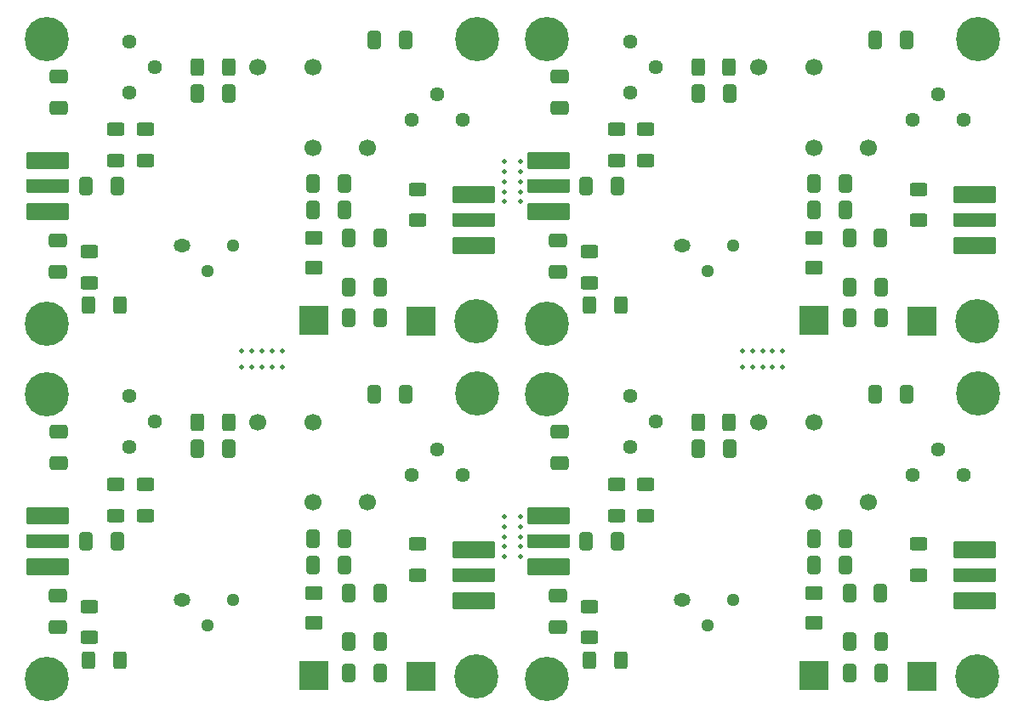
<source format=gbr>
%TF.GenerationSoftware,KiCad,Pcbnew,7.0.7-7.0.7~ubuntu22.04.1*%
%TF.CreationDate,2023-09-11T08:33:09+05:30*%
%TF.ProjectId,panelized,70616e65-6c69-47a6-9564-2e6b69636164,rev?*%
%TF.SameCoordinates,Original*%
%TF.FileFunction,Soldermask,Top*%
%TF.FilePolarity,Negative*%
%FSLAX46Y46*%
G04 Gerber Fmt 4.6, Leading zero omitted, Abs format (unit mm)*
G04 Created by KiCad (PCBNEW 7.0.7-7.0.7~ubuntu22.04.1) date 2023-09-11 08:33:09*
%MOMM*%
%LPD*%
G01*
G04 APERTURE LIST*
G04 Aperture macros list*
%AMRoundRect*
0 Rectangle with rounded corners*
0 $1 Rounding radius*
0 $2 $3 $4 $5 $6 $7 $8 $9 X,Y pos of 4 corners*
0 Add a 4 corners polygon primitive as box body*
4,1,4,$2,$3,$4,$5,$6,$7,$8,$9,$2,$3,0*
0 Add four circle primitives for the rounded corners*
1,1,$1+$1,$2,$3*
1,1,$1+$1,$4,$5*
1,1,$1+$1,$6,$7*
1,1,$1+$1,$8,$9*
0 Add four rect primitives between the rounded corners*
20,1,$1+$1,$2,$3,$4,$5,0*
20,1,$1+$1,$4,$5,$6,$7,0*
20,1,$1+$1,$6,$7,$8,$9,0*
20,1,$1+$1,$8,$9,$2,$3,0*%
G04 Aperture macros list end*
%ADD10C,0.500000*%
%ADD11R,3.000000X3.000000*%
%ADD12RoundRect,0.250000X0.625000X-0.400000X0.625000X0.400000X-0.625000X0.400000X-0.625000X-0.400000X0*%
%ADD13RoundRect,0.250000X0.650000X-0.412500X0.650000X0.412500X-0.650000X0.412500X-0.650000X-0.412500X0*%
%ADD14RoundRect,0.250000X-0.650000X0.412500X-0.650000X-0.412500X0.650000X-0.412500X0.650000X0.412500X0*%
%ADD15C,0.700000*%
%ADD16C,4.400000*%
%ADD17O,1.700000X1.300000*%
%ADD18O,1.300000X1.300000*%
%ADD19RoundRect,0.250000X0.412500X0.650000X-0.412500X0.650000X-0.412500X-0.650000X0.412500X-0.650000X0*%
%ADD20RoundRect,0.250000X-0.412500X-0.650000X0.412500X-0.650000X0.412500X0.650000X-0.412500X0.650000X0*%
%ADD21RoundRect,0.250000X-0.625000X0.400000X-0.625000X-0.400000X0.625000X-0.400000X0.625000X0.400000X0*%
%ADD22RoundRect,0.250000X-0.400000X-0.625000X0.400000X-0.625000X0.400000X0.625000X-0.400000X0.625000X0*%
%ADD23RoundRect,0.250000X0.400000X0.625000X-0.400000X0.625000X-0.400000X-0.625000X0.400000X-0.625000X0*%
%ADD24RoundRect,0.250001X-0.624999X0.462499X-0.624999X-0.462499X0.624999X-0.462499X0.624999X0.462499X0*%
%ADD25C,1.700000*%
%ADD26RoundRect,0.050800X2.032000X-0.635000X2.032000X0.635000X-2.032000X0.635000X-2.032000X-0.635000X0*%
%ADD27RoundRect,0.050800X2.032000X-0.762000X2.032000X0.762000X-2.032000X0.762000X-2.032000X-0.762000X0*%
%ADD28C,1.440000*%
%ADD29RoundRect,0.050800X-2.032000X0.635000X-2.032000X-0.635000X2.032000X-0.635000X2.032000X0.635000X0*%
%ADD30RoundRect,0.050800X-2.032000X0.762000X-2.032000X-0.762000X2.032000X-0.762000X2.032000X0.762000X0*%
G04 APERTURE END LIST*
D10*
%TO.C,REF\u002A\u002A*%
X73751900Y-35175000D03*
%TD*%
%TO.C,REF\u002A\u002A*%
X49634600Y-18687500D03*
%TD*%
%TO.C,REF\u002A\u002A*%
X74751900Y-35175000D03*
%TD*%
D11*
%TO.C,VDC1*%
X78895164Y-30552000D03*
%TD*%
D12*
%TO.C,R7*%
X62145164Y-49947000D03*
X62145164Y-46847000D03*
%TD*%
D10*
%TO.C,REF\u002A\u002A*%
X49634600Y-17687500D03*
%TD*%
D13*
%TO.C,C35*%
X3690564Y-44752000D03*
X3690564Y-41627000D03*
%TD*%
D14*
%TO.C,C19*%
X3580564Y-22579500D03*
X3580564Y-25704500D03*
%TD*%
D15*
%TO.C,H1*%
X50675164Y-2482000D03*
X51158438Y-1315274D03*
X51158438Y-3648726D03*
X52325164Y-832000D03*
D16*
X52325164Y-2482000D03*
D15*
X52325164Y-4132000D03*
X53491890Y-1315274D03*
X53491890Y-3648726D03*
X53975164Y-2482000D03*
%TD*%
D17*
%TO.C,Q1*%
X65780600Y-23027000D03*
D18*
X68320600Y-25567000D03*
X70860600Y-23027000D03*
%TD*%
D19*
%TO.C,C25*%
X88057664Y-2532000D03*
X84932664Y-2532000D03*
%TD*%
D10*
%TO.C,REF\u002A\u002A*%
X48034600Y-15687500D03*
%TD*%
D20*
%TO.C,C18*%
X17508064Y-7892000D03*
X20633064Y-7892000D03*
%TD*%
%TO.C,C18*%
X67342664Y-43267000D03*
X70467664Y-43267000D03*
%TD*%
D10*
%TO.C,REF\u002A\u002A*%
X49634600Y-52062500D03*
%TD*%
D17*
%TO.C,Q1*%
X65780600Y-58402000D03*
D18*
X68320600Y-60942000D03*
X70860600Y-58402000D03*
%TD*%
D21*
%TO.C,R1*%
X39410564Y-17442000D03*
X39410564Y-20542000D03*
%TD*%
D22*
%TO.C,R8*%
X6680564Y-64377000D03*
X9780564Y-64377000D03*
%TD*%
D23*
%TO.C,R5*%
X70445164Y-40657000D03*
X67345164Y-40657000D03*
%TD*%
D21*
%TO.C,R9*%
X56545164Y-59027000D03*
X56545164Y-62127000D03*
%TD*%
D14*
%TO.C,C19*%
X3580564Y-57954500D03*
X3580564Y-61079500D03*
%TD*%
D15*
%TO.C,H2*%
X93545164Y-2452000D03*
X94028438Y-1285274D03*
X94028438Y-3618726D03*
X95195164Y-802000D03*
D16*
X95195164Y-2452000D03*
D15*
X95195164Y-4102000D03*
X96361890Y-1285274D03*
X96361890Y-3618726D03*
X96845164Y-2452000D03*
%TD*%
D24*
%TO.C,L1*%
X29050564Y-22307000D03*
X29050564Y-25282000D03*
%TD*%
%TO.C,L1*%
X78885164Y-22307000D03*
X78885164Y-25282000D03*
%TD*%
D25*
%TO.C,T1*%
X84295164Y-48667000D03*
X73335164Y-40667000D03*
X78835164Y-48667000D03*
X78835164Y-40667000D03*
%TD*%
D10*
%TO.C,REF\u002A\u002A*%
X25917300Y-35175000D03*
%TD*%
D23*
%TO.C,R5*%
X20610564Y-5282000D03*
X17510564Y-5282000D03*
%TD*%
D19*
%TO.C,C24*%
X85547664Y-65627000D03*
X82422664Y-65627000D03*
%TD*%
D15*
%TO.C,H3*%
X823838Y-66230274D03*
X1307112Y-65063548D03*
X1307112Y-67397000D03*
X2473838Y-64580274D03*
D16*
X2473838Y-66230274D03*
D15*
X2473838Y-67880274D03*
X3640564Y-65063548D03*
X3640564Y-67397000D03*
X4123838Y-66230274D03*
%TD*%
D19*
%TO.C,C25*%
X38223064Y-37907000D03*
X35098064Y-37907000D03*
%TD*%
%TO.C,C22*%
X35675564Y-57677000D03*
X32550564Y-57677000D03*
%TD*%
D26*
%TO.C,IN1*%
X52440600Y-17127000D03*
D27*
X52440600Y-14587000D03*
X52440600Y-19667000D03*
%TD*%
D22*
%TO.C,R8*%
X56515164Y-29002000D03*
X59615164Y-29002000D03*
%TD*%
D28*
%TO.C,RV2*%
X10750564Y-43157000D03*
X13290564Y-40617000D03*
X10750564Y-38077000D03*
%TD*%
D21*
%TO.C,R6*%
X9400564Y-46847000D03*
X9400564Y-49947000D03*
%TD*%
D12*
%TO.C,R7*%
X12310564Y-14572000D03*
X12310564Y-11472000D03*
%TD*%
D10*
%TO.C,REF\u002A\u002A*%
X48034600Y-17687500D03*
%TD*%
D11*
%TO.C,GND1*%
X89605164Y-30572000D03*
%TD*%
D21*
%TO.C,R1*%
X89245164Y-17442000D03*
X89245164Y-20542000D03*
%TD*%
D15*
%TO.C,H1*%
X50675164Y-37857000D03*
X51158438Y-36690274D03*
X51158438Y-39023726D03*
X52325164Y-36207000D03*
D16*
X52325164Y-37857000D03*
D15*
X52325164Y-39507000D03*
X53491890Y-36690274D03*
X53491890Y-39023726D03*
X53975164Y-37857000D03*
%TD*%
D11*
%TO.C,VDC1*%
X78895164Y-65927000D03*
%TD*%
D15*
%TO.C,H3*%
X50658438Y-66230274D03*
X51141712Y-65063548D03*
X51141712Y-67397000D03*
X52308438Y-64580274D03*
D16*
X52308438Y-66230274D03*
D15*
X52308438Y-67880274D03*
X53475164Y-65063548D03*
X53475164Y-67397000D03*
X53958438Y-66230274D03*
%TD*%
D19*
%TO.C,C23*%
X85545164Y-62557000D03*
X82420164Y-62557000D03*
%TD*%
%TO.C,C22*%
X85510164Y-57677000D03*
X82385164Y-57677000D03*
%TD*%
D10*
%TO.C,REF\u002A\u002A*%
X23917300Y-33575000D03*
%TD*%
%TO.C,REF\u002A\u002A*%
X24917300Y-33575000D03*
%TD*%
D28*
%TO.C,RV1*%
X43920564Y-10562000D03*
X41380564Y-8022000D03*
X38840564Y-10562000D03*
%TD*%
D17*
%TO.C,Q1*%
X15946000Y-58402000D03*
D18*
X18486000Y-60942000D03*
X21026000Y-58402000D03*
%TD*%
D20*
%TO.C,C18*%
X17508064Y-43267000D03*
X20633064Y-43267000D03*
%TD*%
D14*
%TO.C,C19*%
X53415164Y-57954500D03*
X53415164Y-61079500D03*
%TD*%
D11*
%TO.C,GND1*%
X89605164Y-65947000D03*
%TD*%
D19*
%TO.C,C20*%
X32140564Y-19502000D03*
X29015564Y-19502000D03*
%TD*%
D15*
%TO.C,H2*%
X93545164Y-37827000D03*
X94028438Y-36660274D03*
X94028438Y-38993726D03*
X95195164Y-36177000D03*
D16*
X95195164Y-37827000D03*
D15*
X95195164Y-39477000D03*
X96361890Y-36660274D03*
X96361890Y-38993726D03*
X96845164Y-37827000D03*
%TD*%
D29*
%TO.C,OUT1*%
X94843164Y-55887000D03*
D30*
X94843164Y-58427000D03*
X94843164Y-53347000D03*
%TD*%
D25*
%TO.C,T1*%
X34460564Y-13292000D03*
X23500564Y-5292000D03*
X29000564Y-13292000D03*
X29000564Y-5292000D03*
%TD*%
D10*
%TO.C,REF\u002A\u002A*%
X49634600Y-53062500D03*
%TD*%
D21*
%TO.C,R1*%
X89245164Y-52817000D03*
X89245164Y-55917000D03*
%TD*%
D29*
%TO.C,OUT1*%
X45008564Y-20512000D03*
D30*
X45008564Y-23052000D03*
X45008564Y-17972000D03*
%TD*%
D10*
%TO.C,REF\u002A\u002A*%
X48034600Y-14687500D03*
%TD*%
%TO.C,REF\u002A\u002A*%
X48034600Y-18687500D03*
%TD*%
D17*
%TO.C,Q1*%
X15946000Y-23027000D03*
D18*
X18486000Y-25567000D03*
X21026000Y-23027000D03*
%TD*%
D21*
%TO.C,R9*%
X6710564Y-59027000D03*
X6710564Y-62127000D03*
%TD*%
D10*
%TO.C,REF\u002A\u002A*%
X71751900Y-33575000D03*
%TD*%
%TO.C,REF\u002A\u002A*%
X49634600Y-54062500D03*
%TD*%
D14*
%TO.C,C19*%
X53415164Y-22579500D03*
X53415164Y-25704500D03*
%TD*%
D10*
%TO.C,REF\u002A\u002A*%
X48034600Y-50062500D03*
%TD*%
D15*
%TO.C,H4*%
X93450438Y-30611274D03*
X93933712Y-29444548D03*
X93933712Y-31778000D03*
X95100438Y-28961274D03*
D16*
X95100438Y-30611274D03*
D15*
X95100438Y-32261274D03*
X96267164Y-29444548D03*
X96267164Y-31778000D03*
X96750438Y-30611274D03*
%TD*%
D10*
%TO.C,REF\u002A\u002A*%
X74751900Y-33575000D03*
%TD*%
D20*
%TO.C,C18*%
X67342664Y-7892000D03*
X70467664Y-7892000D03*
%TD*%
D28*
%TO.C,RV2*%
X60585164Y-7782000D03*
X63125164Y-5242000D03*
X60585164Y-2702000D03*
%TD*%
D24*
%TO.C,L1*%
X29050564Y-57682000D03*
X29050564Y-60657000D03*
%TD*%
D29*
%TO.C,OUT1*%
X94843164Y-20512000D03*
D30*
X94843164Y-23052000D03*
X94843164Y-17972000D03*
%TD*%
D13*
%TO.C,C35*%
X53525164Y-9377000D03*
X53525164Y-6252000D03*
%TD*%
D11*
%TO.C,VDC1*%
X29060564Y-65927000D03*
%TD*%
D28*
%TO.C,RV2*%
X60585164Y-43157000D03*
X63125164Y-40617000D03*
X60585164Y-38077000D03*
%TD*%
D15*
%TO.C,H4*%
X43615838Y-65986274D03*
X44099112Y-64819548D03*
X44099112Y-67153000D03*
X45265838Y-64336274D03*
D16*
X45265838Y-65986274D03*
D15*
X45265838Y-67636274D03*
X46432564Y-64819548D03*
X46432564Y-67153000D03*
X46915838Y-65986274D03*
%TD*%
D21*
%TO.C,R1*%
X39410564Y-52817000D03*
X39410564Y-55917000D03*
%TD*%
D10*
%TO.C,REF\u002A\u002A*%
X49634600Y-14687500D03*
%TD*%
D11*
%TO.C,GND1*%
X39770564Y-30572000D03*
%TD*%
D19*
%TO.C,C23*%
X85545164Y-27182000D03*
X82420164Y-27182000D03*
%TD*%
%TO.C,C21*%
X81985164Y-52257000D03*
X78860164Y-52257000D03*
%TD*%
D10*
%TO.C,REF\u002A\u002A*%
X21917300Y-35175000D03*
%TD*%
%TO.C,REF\u002A\u002A*%
X48034600Y-52062500D03*
%TD*%
D23*
%TO.C,R5*%
X20610564Y-40657000D03*
X17510564Y-40657000D03*
%TD*%
D13*
%TO.C,C35*%
X3690564Y-9377000D03*
X3690564Y-6252000D03*
%TD*%
D25*
%TO.C,T1*%
X34460564Y-48667000D03*
X23500564Y-40667000D03*
X29000564Y-48667000D03*
X29000564Y-40667000D03*
%TD*%
D19*
%TO.C,C20*%
X32140564Y-54877000D03*
X29015564Y-54877000D03*
%TD*%
D20*
%TO.C,C1*%
X56208100Y-17167000D03*
X59333100Y-17167000D03*
%TD*%
D21*
%TO.C,R6*%
X59235164Y-11472000D03*
X59235164Y-14572000D03*
%TD*%
D15*
%TO.C,H4*%
X43615838Y-30611274D03*
X44099112Y-29444548D03*
X44099112Y-31778000D03*
X45265838Y-28961274D03*
D16*
X45265838Y-30611274D03*
D15*
X45265838Y-32261274D03*
X46432564Y-29444548D03*
X46432564Y-31778000D03*
X46915838Y-30611274D03*
%TD*%
D10*
%TO.C,REF\u002A\u002A*%
X22917300Y-33575000D03*
%TD*%
D19*
%TO.C,C24*%
X85547664Y-30252000D03*
X82422664Y-30252000D03*
%TD*%
D10*
%TO.C,REF\u002A\u002A*%
X23917300Y-35175000D03*
%TD*%
D22*
%TO.C,R8*%
X56515164Y-64377000D03*
X59615164Y-64377000D03*
%TD*%
D21*
%TO.C,R9*%
X6710564Y-23652000D03*
X6710564Y-26752000D03*
%TD*%
D12*
%TO.C,R7*%
X62145164Y-14572000D03*
X62145164Y-11472000D03*
%TD*%
D10*
%TO.C,REF\u002A\u002A*%
X48034600Y-51062500D03*
%TD*%
D26*
%TO.C,IN1*%
X2606000Y-17127000D03*
D27*
X2606000Y-14587000D03*
X2606000Y-19667000D03*
%TD*%
D10*
%TO.C,REF\u002A\u002A*%
X48034600Y-16687500D03*
%TD*%
D19*
%TO.C,C23*%
X35710564Y-27182000D03*
X32585564Y-27182000D03*
%TD*%
D28*
%TO.C,RV2*%
X10750564Y-7782000D03*
X13290564Y-5242000D03*
X10750564Y-2702000D03*
%TD*%
D10*
%TO.C,REF\u002A\u002A*%
X24917300Y-35175000D03*
%TD*%
%TO.C,REF\u002A\u002A*%
X49634600Y-16687500D03*
%TD*%
D19*
%TO.C,C24*%
X35713064Y-65627000D03*
X32588064Y-65627000D03*
%TD*%
D11*
%TO.C,GND1*%
X39770564Y-65947000D03*
%TD*%
D10*
%TO.C,REF\u002A\u002A*%
X49634600Y-15687500D03*
%TD*%
D19*
%TO.C,C23*%
X35710564Y-62557000D03*
X32585564Y-62557000D03*
%TD*%
D10*
%TO.C,REF\u002A\u002A*%
X22917300Y-35175000D03*
%TD*%
D28*
%TO.C,RV1*%
X93755164Y-10562000D03*
X91215164Y-8022000D03*
X88675164Y-10562000D03*
%TD*%
D26*
%TO.C,IN1*%
X2606000Y-52502000D03*
D27*
X2606000Y-49962000D03*
X2606000Y-55042000D03*
%TD*%
D19*
%TO.C,C20*%
X81975164Y-54877000D03*
X78850164Y-54877000D03*
%TD*%
D11*
%TO.C,VDC1*%
X29060564Y-30552000D03*
%TD*%
D10*
%TO.C,REF\u002A\u002A*%
X25917300Y-33575000D03*
%TD*%
%TO.C,REF\u002A\u002A*%
X72751900Y-33575000D03*
%TD*%
D19*
%TO.C,C25*%
X38223064Y-2532000D03*
X35098064Y-2532000D03*
%TD*%
D22*
%TO.C,R8*%
X6680564Y-29002000D03*
X9780564Y-29002000D03*
%TD*%
D15*
%TO.C,H3*%
X823838Y-30855274D03*
X1307112Y-29688548D03*
X1307112Y-32022000D03*
X2473838Y-29205274D03*
D16*
X2473838Y-30855274D03*
D15*
X2473838Y-32505274D03*
X3640564Y-29688548D03*
X3640564Y-32022000D03*
X4123838Y-30855274D03*
%TD*%
D24*
%TO.C,L1*%
X78885164Y-57682000D03*
X78885164Y-60657000D03*
%TD*%
D28*
%TO.C,RV1*%
X43920564Y-45937000D03*
X41380564Y-43397000D03*
X38840564Y-45937000D03*
%TD*%
D10*
%TO.C,REF\u002A\u002A*%
X49634600Y-51062500D03*
%TD*%
D15*
%TO.C,H2*%
X43710564Y-37827000D03*
X44193838Y-36660274D03*
X44193838Y-38993726D03*
X45360564Y-36177000D03*
D16*
X45360564Y-37827000D03*
D15*
X45360564Y-39477000D03*
X46527290Y-36660274D03*
X46527290Y-38993726D03*
X47010564Y-37827000D03*
%TD*%
D23*
%TO.C,R5*%
X70445164Y-5282000D03*
X67345164Y-5282000D03*
%TD*%
D28*
%TO.C,RV1*%
X93755164Y-45937000D03*
X91215164Y-43397000D03*
X88675164Y-45937000D03*
%TD*%
D21*
%TO.C,R9*%
X56545164Y-23652000D03*
X56545164Y-26752000D03*
%TD*%
D10*
%TO.C,REF\u002A\u002A*%
X48034600Y-54062500D03*
%TD*%
%TO.C,REF\u002A\u002A*%
X21917300Y-33575000D03*
%TD*%
D15*
%TO.C,H4*%
X93450438Y-65986274D03*
X93933712Y-64819548D03*
X93933712Y-67153000D03*
X95100438Y-64336274D03*
D16*
X95100438Y-65986274D03*
D15*
X95100438Y-67636274D03*
X96267164Y-64819548D03*
X96267164Y-67153000D03*
X96750438Y-65986274D03*
%TD*%
%TO.C,H2*%
X43710564Y-2452000D03*
X44193838Y-1285274D03*
X44193838Y-3618726D03*
X45360564Y-802000D03*
D16*
X45360564Y-2452000D03*
D15*
X45360564Y-4102000D03*
X46527290Y-1285274D03*
X46527290Y-3618726D03*
X47010564Y-2452000D03*
%TD*%
D20*
%TO.C,C1*%
X56208100Y-52542000D03*
X59333100Y-52542000D03*
%TD*%
D10*
%TO.C,REF\u002A\u002A*%
X75751900Y-35175000D03*
%TD*%
D19*
%TO.C,C20*%
X81975164Y-19502000D03*
X78850164Y-19502000D03*
%TD*%
D21*
%TO.C,R6*%
X59235164Y-46847000D03*
X59235164Y-49947000D03*
%TD*%
D20*
%TO.C,C1*%
X6373500Y-17167000D03*
X9498500Y-17167000D03*
%TD*%
D29*
%TO.C,OUT1*%
X45008564Y-55887000D03*
D30*
X45008564Y-58427000D03*
X45008564Y-53347000D03*
%TD*%
D19*
%TO.C,C24*%
X35713064Y-30252000D03*
X32588064Y-30252000D03*
%TD*%
%TO.C,C21*%
X32150564Y-16882000D03*
X29025564Y-16882000D03*
%TD*%
D25*
%TO.C,T1*%
X84295164Y-13292000D03*
X73335164Y-5292000D03*
X78835164Y-13292000D03*
X78835164Y-5292000D03*
%TD*%
D21*
%TO.C,R6*%
X9400564Y-11472000D03*
X9400564Y-14572000D03*
%TD*%
D19*
%TO.C,C22*%
X85510164Y-22302000D03*
X82385164Y-22302000D03*
%TD*%
D15*
%TO.C,H1*%
X840564Y-37857000D03*
X1323838Y-36690274D03*
X1323838Y-39023726D03*
X2490564Y-36207000D03*
D16*
X2490564Y-37857000D03*
D15*
X2490564Y-39507000D03*
X3657290Y-36690274D03*
X3657290Y-39023726D03*
X4140564Y-37857000D03*
%TD*%
D19*
%TO.C,C25*%
X88057664Y-37907000D03*
X84932664Y-37907000D03*
%TD*%
%TO.C,C21*%
X81985164Y-16882000D03*
X78860164Y-16882000D03*
%TD*%
D10*
%TO.C,REF\u002A\u002A*%
X49634600Y-50062500D03*
%TD*%
%TO.C,REF\u002A\u002A*%
X71751900Y-35175000D03*
%TD*%
%TO.C,REF\u002A\u002A*%
X72751900Y-35175000D03*
%TD*%
D20*
%TO.C,C1*%
X6373500Y-52542000D03*
X9498500Y-52542000D03*
%TD*%
D19*
%TO.C,C22*%
X35675564Y-22302000D03*
X32550564Y-22302000D03*
%TD*%
D26*
%TO.C,IN1*%
X52440600Y-52502000D03*
D27*
X52440600Y-49962000D03*
X52440600Y-55042000D03*
%TD*%
D19*
%TO.C,C21*%
X32150564Y-52257000D03*
X29025564Y-52257000D03*
%TD*%
D10*
%TO.C,REF\u002A\u002A*%
X48034600Y-53062500D03*
%TD*%
D13*
%TO.C,C35*%
X53525164Y-44752000D03*
X53525164Y-41627000D03*
%TD*%
D15*
%TO.C,H1*%
X840564Y-2482000D03*
X1323838Y-1315274D03*
X1323838Y-3648726D03*
X2490564Y-832000D03*
D16*
X2490564Y-2482000D03*
D15*
X2490564Y-4132000D03*
X3657290Y-1315274D03*
X3657290Y-3648726D03*
X4140564Y-2482000D03*
%TD*%
%TO.C,H3*%
X50658438Y-30855274D03*
X51141712Y-29688548D03*
X51141712Y-32022000D03*
X52308438Y-29205274D03*
D16*
X52308438Y-30855274D03*
D15*
X52308438Y-32505274D03*
X53475164Y-29688548D03*
X53475164Y-32022000D03*
X53958438Y-30855274D03*
%TD*%
D10*
%TO.C,REF\u002A\u002A*%
X73751900Y-33575000D03*
%TD*%
D12*
%TO.C,R7*%
X12310564Y-49947000D03*
X12310564Y-46847000D03*
%TD*%
D10*
%TO.C,REF\u002A\u002A*%
X75751900Y-33575000D03*
%TD*%
M02*

</source>
